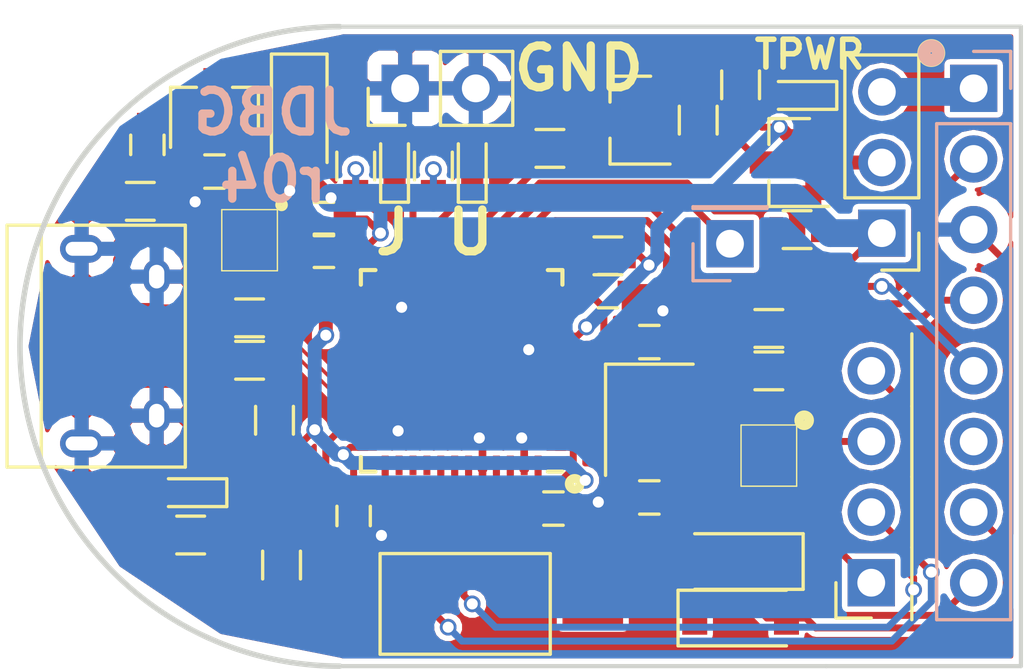
<source format=kicad_pcb>
(kicad_pcb (version 20170123) (host pcbnew "(2017-03-28 revision 8f3423b)-master")
  (layers (0 F.Cu signal) (31 B.Cu signal) (34 B.Paste user hide) (35 F.Paste user hide) (36 B.SilkS user) (37 F.SilkS user) (38 B.Mask user hide) (39 F.Mask user hide) (44 Edge.Cuts user))
  (net 0 "")
  (net 1 VDD)
  (net 2 GND)
  (net 3 "Net-(C5-Pad1)")
  (net 4 "Net-(C6-Pad1)")
  (net 5 "Net-(C7-Pad1)")
  (net 6 +5V)
  (net 7 "Net-(D1-Pad2)")
  (net 8 "Net-(D2-Pad2)")
  (net 9 /LED_SWD)
  (net 10 "Net-(D3-Pad2)")
  (net 11 /LED_UART)
  (net 12 "Net-(D5-Pad2)")
  (net 13 /T_TX)
  (net 14 /T_RX)
  (net 15 "Net-(L1-Pad2)")
  (net 16 /T_GPIO0)
  (net 17 /OWN_SWCLK)
  (net 18 /T_GPIO2)
  (net 19 /OWN_SWDIO)
  (net 20 "Net-(P2-Pad2)")
  (net 21 "Net-(P2-Pad3)")
  (net 22 /VDUT)
  (net 23 "Net-(P4-Pad2)")
  (net 24 "Net-(P4-Pad4)")
  (net 25 /T_PWR)
  (net 26 /T_DRAINCAPS)
  (net 27 "Net-(Q3-Pad3)")
  (net 28 /T_SWDIO)
  (net 29 /USB_D+)
  (net 30 /USB_D-)
  (net 31 /T_SWCLK)
  (net 32 /VSW)
  (net 33 /T_PRODTEST)
  (net 34 "Net-(R13-Pad2)")
  (net 35 /T_NRST)
  (net 36 "Net-(SW1-Pad2)")
  (net 37 "Net-(D6-Pad2)")
  (net 38 "Net-(D7-Pad1)")
  (net 39 "Net-(P2-Pad4)")
  (net 40 "Net-(P4-Pad6)")
  (net 41 "Net-(U1-Pad40)")
  (net 42 "Net-(U1-Pad39)")
  (net 43 "Net-(U1-Pad38)")
  (net 44 "Net-(U1-Pad31)")
  (net 45 "Net-(U1-Pad30)")
  (net 46 "Net-(U1-Pad29)")
  (net 47 "Net-(U1-Pad28)")
  (net 48 "Net-(U1-Pad27)")
  (net 49 "Net-(U1-Pad26)")
  (net 50 "Net-(U1-Pad25)")
  (net 51 "Net-(U1-Pad20)")
  (net 52 "Net-(U1-Pad17)")
  (net 53 "Net-(U1-Pad12)")
  (net 54 "Net-(U1-Pad11)")
  (net 55 "Net-(U1-Pad10)")
  (net 56 "Net-(U1-Pad4)")
  (net 57 "Net-(U1-Pad3)")
  (net 58 "Net-(U1-Pad2)")
  (net 59 "Net-(U2-Pad1)")
  (net 60 "Net-(U2-Pad6)")
  (net 61 "Net-(U5-Pad6)")
  (module Socket_Strips:Socket_Strip_Angled_1x04_Pitch2.54mm (layer F.Cu) (at 237.617 127 180)
    (fp_text reference P1 hide)
    (fp_text value GPIOs)
    (pad 4 thru_hole oval (at 0 7.62 180) (size 1.7 1.7) (drill 1) (layers *.Cu *.Mask) (net 19 /OWN_SWDIO))
    (pad 3 thru_hole oval (at 0 5.08 180) (size 1.7 1.7) (drill 1) (layers *.Cu *.Mask) (net 18 /T_GPIO2))
    (pad 2 thru_hole oval (at 0 2.54 180) (size 1.7 1.7) (drill 1) (layers *.Cu *.Mask) (net 17 /OWN_SWCLK))
    (pad 1 thru_hole rect (at 0 0 180) (size 1.7 1.7) (drill 1) (layers *.Cu *.Mask) (net 16 /T_GPIO0))
  )
  (module Capacitors_SMD:C_0603 (layer F.Cu) (at 228.146 116.513)
    (fp_text reference C7 hide)
    (fp_text value 0.1uF)
    (pad 1 smd rect (at -0.75 0) (size 0.8 0.75) (layers F.Cu F.Paste F.Mask) (net 5 "Net-(C7-Pad1)"))
    (pad 2 smd rect (at 0.75 0) (size 0.8 0.75) (layers F.Cu F.Paste F.Mask) (net 2 GND))
  )
  (module TO_SOT_Packages_SMD:SOT-23 (layer F.Cu) (at 234.696 111.887 180)
    (fp_text reference Q2 hide)
    (fp_text value BSS84)
    (pad 1 smd rect (at -1 -0.95 180) (size 0.9 0.8) (layers F.Cu F.Paste F.Mask) (net 25 /T_PWR))
    (pad 2 smd rect (at -1 0.95 180) (size 0.9 0.8) (layers F.Cu F.Paste F.Mask) (net 1 VDD))
    (pad 3 smd rect (at 1 0 180) (size 0.9 0.8) (layers F.Cu F.Paste F.Mask) (net 32 /VSW))
  )
  (module Housings_DFN_QFN:QFN-48-1EP_7x7mm_Pitch0.5mm (layer F.Cu) (at 222.885 119.38 180)
    (fp_text reference U1 hide)
    (fp_text value STM32F103C8T6)
    (pad 48 smd rect (at -2.75 -3.4 270) (size 0.7 0.25) (layers F.Cu F.Paste F.Mask) (net 1 VDD))
    (pad 47 smd rect (at -2.25 -3.4 270) (size 0.7 0.25) (layers F.Cu F.Paste F.Mask) (net 2 GND))
    (pad 46 smd rect (at -1.75 -3.4 270) (size 0.7 0.25) (layers F.Cu F.Paste F.Mask) (net 18 /T_GPIO2))
    (pad 45 smd rect (at -1.25 -3.4 270) (size 0.7 0.25) (layers F.Cu F.Paste F.Mask) (net 16 /T_GPIO0))
    (pad 44 smd rect (at -0.75 -3.4 270) (size 0.7 0.25) (layers F.Cu F.Paste F.Mask) (net 2 GND))
    (pad 43 smd rect (at -0.25 -3.4 270) (size 0.7 0.25) (layers F.Cu F.Paste F.Mask) (net 14 /T_RX))
    (pad 42 smd rect (at 0.25 -3.4 270) (size 0.7 0.25) (layers F.Cu F.Paste F.Mask) (net 13 /T_TX))
    (pad 41 smd rect (at 0.75 -3.4 270) (size 0.7 0.25) (layers F.Cu F.Paste F.Mask) (net 36 "Net-(SW1-Pad2)"))
    (pad 40 smd rect (at 1.25 -3.4 270) (size 0.7 0.25) (layers F.Cu F.Paste F.Mask) (net 41 "Net-(U1-Pad40)"))
    (pad 39 smd rect (at 1.75 -3.4 270) (size 0.7 0.25) (layers F.Cu F.Paste F.Mask) (net 42 "Net-(U1-Pad39)"))
    (pad 38 smd rect (at 2.25 -3.4 270) (size 0.7 0.25) (layers F.Cu F.Paste F.Mask) (net 43 "Net-(U1-Pad38)"))
    (pad 37 smd rect (at 2.75 -3.4 270) (size 0.7 0.25) (layers F.Cu F.Paste F.Mask) (net 17 /OWN_SWCLK))
    (pad 36 smd rect (at 3.4 -2.75 180) (size 0.7 0.25) (layers F.Cu F.Paste F.Mask) (net 1 VDD))
    (pad 35 smd rect (at 3.4 -2.25 180) (size 0.7 0.25) (layers F.Cu F.Paste F.Mask) (net 2 GND))
    (pad 34 smd rect (at 3.4 -1.75 180) (size 0.7 0.25) (layers F.Cu F.Paste F.Mask) (net 19 /OWN_SWDIO))
    (pad 33 smd rect (at 3.4 -1.25 180) (size 0.7 0.25) (layers F.Cu F.Paste F.Mask) (net 29 /USB_D+))
    (pad 32 smd rect (at 3.4 -0.75 180) (size 0.7 0.25) (layers F.Cu F.Paste F.Mask) (net 30 /USB_D-))
    (pad 31 smd rect (at 3.4 -0.25 180) (size 0.7 0.25) (layers F.Cu F.Paste F.Mask) (net 44 "Net-(U1-Pad31)"))
    (pad 30 smd rect (at 3.4 0.25 180) (size 0.7 0.25) (layers F.Cu F.Paste F.Mask) (net 45 "Net-(U1-Pad30)"))
    (pad 29 smd rect (at 3.4 0.75 180) (size 0.7 0.25) (layers F.Cu F.Paste F.Mask) (net 46 "Net-(U1-Pad29)"))
    (pad 28 smd rect (at 3.4 1.25 180) (size 0.7 0.25) (layers F.Cu F.Paste F.Mask) (net 47 "Net-(U1-Pad28)"))
    (pad 27 smd rect (at 3.4 1.75 180) (size 0.7 0.25) (layers F.Cu F.Paste F.Mask) (net 48 "Net-(U1-Pad27)"))
    (pad 26 smd rect (at 3.4 2.25 180) (size 0.7 0.25) (layers F.Cu F.Paste F.Mask) (net 49 "Net-(U1-Pad26)"))
    (pad 25 smd rect (at 3.4 2.75 180) (size 0.7 0.25) (layers F.Cu F.Paste F.Mask) (net 50 "Net-(U1-Pad25)"))
    (pad 24 smd rect (at 2.75 3.4 270) (size 0.7 0.25) (layers F.Cu F.Paste F.Mask) (net 1 VDD))
    (pad 23 smd rect (at 2.25 3.4 270) (size 0.7 0.25) (layers F.Cu F.Paste F.Mask) (net 2 GND))
    (pad 22 smd rect (at 1.75 3.4 270) (size 0.7 0.25) (layers F.Cu F.Paste F.Mask) (net 9 /LED_SWD))
    (pad 21 smd rect (at 1.25 3.4 270) (size 0.7 0.25) (layers F.Cu F.Paste F.Mask) (net 11 /LED_UART))
    (pad 20 smd rect (at 0.75 3.4 270) (size 0.7 0.25) (layers F.Cu F.Paste F.Mask) (net 51 "Net-(U1-Pad20)"))
    (pad 19 smd rect (at 0.25 3.4 270) (size 0.7 0.25) (layers F.Cu F.Paste F.Mask) (net 26 /T_DRAINCAPS))
    (pad 18 smd rect (at -0.25 3.4 270) (size 0.7 0.25) (layers F.Cu F.Paste F.Mask) (net 25 /T_PWR))
    (pad 17 smd rect (at -0.75 3.4 270) (size 0.7 0.25) (layers F.Cu F.Paste F.Mask) (net 52 "Net-(U1-Pad17)"))
    (pad 16 smd rect (at -1.25 3.4 270) (size 0.7 0.25) (layers F.Cu F.Paste F.Mask) (net 33 /T_PRODTEST))
    (pad 15 smd rect (at -1.75 3.4 270) (size 0.7 0.25) (layers F.Cu F.Paste F.Mask) (net 35 /T_NRST))
    (pad 14 smd rect (at -2.25 3.4 270) (size 0.7 0.25) (layers F.Cu F.Paste F.Mask) (net 31 /T_SWCLK))
    (pad 13 smd rect (at -2.75 3.4 270) (size 0.7 0.25) (layers F.Cu F.Paste F.Mask) (net 28 /T_SWDIO))
    (pad 12 smd rect (at -3.4 2.75 180) (size 0.7 0.25) (layers F.Cu F.Paste F.Mask) (net 53 "Net-(U1-Pad12)"))
    (pad 11 smd rect (at -3.4 2.25 180) (size 0.7 0.25) (layers F.Cu F.Paste F.Mask) (net 54 "Net-(U1-Pad11)"))
    (pad 10 smd rect (at -3.4 1.75 180) (size 0.7 0.25) (layers F.Cu F.Paste F.Mask) (net 55 "Net-(U1-Pad10)"))
    (pad 9 smd rect (at -3.4 1.25 180) (size 0.7 0.25) (layers F.Cu F.Paste F.Mask) (net 1 VDD))
    (pad 8 smd rect (at -3.4 0.75 180) (size 0.7 0.25) (layers F.Cu F.Paste F.Mask) (net 2 GND))
    (pad 7 smd rect (at -3.4 0.25 180) (size 0.7 0.25) (layers F.Cu F.Paste F.Mask) (net 5 "Net-(C7-Pad1)"))
    (pad 6 smd rect (at -3.4 -0.25 180) (size 0.7 0.25) (layers F.Cu F.Paste F.Mask) (net 3 "Net-(C5-Pad1)"))
    (pad 5 smd rect (at -3.4 -0.75 180) (size 0.7 0.25) (layers F.Cu F.Paste F.Mask) (net 4 "Net-(C6-Pad1)"))
    (pad 4 smd rect (at -3.4 -1.25 180) (size 0.7 0.25) (layers F.Cu F.Paste F.Mask) (net 56 "Net-(U1-Pad4)"))
    (pad 3 smd rect (at -3.4 -1.75 180) (size 0.7 0.25) (layers F.Cu F.Paste F.Mask) (net 57 "Net-(U1-Pad3)"))
    (pad 2 smd rect (at -3.4 -2.25 180) (size 0.7 0.25) (layers F.Cu F.Paste F.Mask) (net 58 "Net-(U1-Pad2)"))
    (pad 1 smd rect (at -3.4 -2.75 180) (size 0.7 0.25) (layers F.Cu F.Paste F.Mask) (net 1 VDD))
  )
  (module Resistors_SMD:R_0603 (layer F.Cu) (at 232.918 109.093 90)
    (fp_text reference R15 hide)
    (fp_text value 82)
    (pad 1 smd rect (at -0.75 0 90) (size 0.5 0.9) (layers F.Cu F.Paste F.Mask) (net 1 VDD))
    (pad 2 smd rect (at 0.75 0 90) (size 0.5 0.9) (layers F.Cu F.Paste F.Mask) (net 12 "Net-(D5-Pad2)"))
  )
  (module LEDs:LED_0603 (layer F.Cu) (at 235.077 109.474 180)
    (fp_text reference D5 hide)
    (fp_text value T_PWR)
    (pad 2 smd rect (at 0.8 0) (size 0.8 0.8) (layers F.Cu F.Paste F.Mask) (net 12 "Net-(D5-Pad2)"))
    (pad 1 smd rect (at -0.8 0) (size 0.8 0.8) (layers F.Cu F.Paste F.Mask) (net 25 /T_PWR))
  )
  (module Resistors_SMD:R_0603 (layer F.Cu) (at 226.06 111.379 180)
    (fp_text reference R12 hide)
    (fp_text value 10K)
    (pad 1 smd rect (at -0.75 0 180) (size 0.5 0.9) (layers F.Cu F.Paste F.Mask) (net 27 "Net-(Q3-Pad3)"))
    (pad 2 smd rect (at 0.75 0 180) (size 0.5 0.9) (layers F.Cu F.Paste F.Mask) (net 2 GND))
  )
  (module Buttons_Switches_SMD:SW_SPST_FSMSM (layer F.Cu) (at 223.012 127.762)
    (fp_text reference SW1 hide)
    (fp_text value PRODTEST)
    (pad 1 smd rect (at -4.59 0) (size 2.18 1.6) (layers F.Cu F.Paste F.Mask) (net 34 "Net-(R13-Pad2)"))
    (pad 2 smd rect (at 4.59 0) (size 2.18 1.6) (layers F.Cu F.Paste F.Mask) (net 36 "Net-(SW1-Pad2)"))
  )
  (module Pin_Headers:Pin_Header_Straight_1x03_Pitch2.54mm (layer F.Cu) (at 237.998 114.427 180)
    (fp_text reference P3 hide)
    (fp_text value PWR_BYPASS)
    (pad 1 thru_hole rect (at 0 0 180) (size 1.7 1.7) (drill 1) (layers *.Cu *.Mask) (net 1 VDD))
    (pad 2 thru_hole oval (at 0 2.54 180) (size 1.7 1.7) (drill 1) (layers *.Cu *.Mask) (net 32 /VSW))
    (pad 3 thru_hole oval (at 0 5.08 180) (size 1.7 1.7) (drill 1) (layers *.Cu *.Mask) (net 22 /VDUT))
  )
  (module Capacitors_SMD:C_0603 (layer F.Cu) (at 217.932 113.919 180)
    (fp_text reference C1 hide)
    (fp_text value 10uF)
    (pad 1 smd rect (at -0.75 0 180) (size 0.8 0.75) (layers F.Cu F.Paste F.Mask) (net 1 VDD))
    (pad 2 smd rect (at 0.75 0 180) (size 0.8 0.75) (layers F.Cu F.Paste F.Mask) (net 2 GND))
  )
  (module Capacitors_SMD:C_0603 (layer F.Cu) (at 226.187 124.333)
    (fp_text reference C2 hide)
    (fp_text value 0.1uF)
    (pad 1 smd rect (at -0.75 0) (size 0.8 0.75) (layers F.Cu F.Paste F.Mask) (net 1 VDD))
    (pad 2 smd rect (at 0.75 0) (size 0.8 0.75) (layers F.Cu F.Paste F.Mask) (net 2 GND))
  )
  (module Capacitors_SMD:C_0603 (layer F.Cu) (at 219 124.6 270)
    (fp_text reference C3 hide)
    (fp_text value 0.1uF)
    (pad 1 smd rect (at -0.75 0 270) (size 0.8 0.75) (layers F.Cu F.Paste F.Mask) (net 1 VDD))
    (pad 2 smd rect (at 0.75 0 270) (size 0.8 0.75) (layers F.Cu F.Paste F.Mask) (net 2 GND))
  )
  (module Capacitors_SMD:C_0603 (layer F.Cu) (at 217.932 115.062 180)
    (fp_text reference C4 hide)
    (fp_text value 0.1uF)
    (pad 1 smd rect (at -0.75 0 180) (size 0.8 0.75) (layers F.Cu F.Paste F.Mask) (net 1 VDD))
    (pad 2 smd rect (at 0.75 0 180) (size 0.8 0.75) (layers F.Cu F.Paste F.Mask) (net 2 GND))
  )
  (module Capacitors_SMD:C_0603 (layer F.Cu) (at 229.635704 118.34572)
    (fp_text reference C5 hide)
    (fp_text value 12pF)
    (pad 1 smd rect (at -0.75 0) (size 0.8 0.75) (layers F.Cu F.Paste F.Mask) (net 3 "Net-(C5-Pad1)"))
    (pad 2 smd rect (at 0.75 0) (size 0.8 0.75) (layers F.Cu F.Paste F.Mask) (net 2 GND))
  )
  (module Capacitors_SMD:C_0603 (layer F.Cu) (at 229.635704 123.93372)
    (fp_text reference C6 hide)
    (fp_text value 12pF)
    (pad 1 smd rect (at -0.75 0) (size 0.8 0.75) (layers F.Cu F.Paste F.Mask) (net 4 "Net-(C6-Pad1)"))
    (pad 2 smd rect (at 0.75 0) (size 0.8 0.75) (layers F.Cu F.Paste F.Mask) (net 2 GND))
  )
  (module Capacitors_SMD:C_0603 (layer F.Cu) (at 211.582 111.252 270)
    (fp_text reference C8 hide)
    (fp_text value 10uF)
    (pad 1 smd rect (at -0.75 0 270) (size 0.8 0.75) (layers F.Cu F.Paste F.Mask) (net 6 +5V))
    (pad 2 smd rect (at 0.75 0 270) (size 0.8 0.75) (layers F.Cu F.Paste F.Mask) (net 2 GND))
  )
  (module Capacitors_SMD:C_0603 (layer F.Cu) (at 213.996 112.212 180)
    (fp_text reference C9 hide)
    (fp_text value 10uF)
    (pad 1 smd rect (at -0.75 0 180) (size 0.8 0.75) (layers F.Cu F.Paste F.Mask) (net 1 VDD))
    (pad 2 smd rect (at 0.75 0 180) (size 0.8 0.75) (layers F.Cu F.Paste F.Mask) (net 2 GND))
  )
  (module LEDs:LED_0603 (layer F.Cu) (at 213.139 123.761 180)
    (fp_text reference D1 hide)
    (fp_text value 3V3)
    (pad 2 smd rect (at 0.8 0) (size 0.8 0.8) (layers F.Cu F.Paste F.Mask) (net 7 "Net-(D1-Pad2)"))
    (pad 1 smd rect (at -0.8 0) (size 0.8 0.8) (layers F.Cu F.Paste F.Mask) (net 2 GND))
  )
  (module LEDs:LED_0603 (layer F.Cu) (at 220.472 112.014 90)
    (fp_text reference D2 hide)
    (fp_text value SWD)
    (pad 2 smd rect (at 0.8 0 270) (size 0.8 0.8) (layers F.Cu F.Paste F.Mask) (net 8 "Net-(D2-Pad2)"))
    (pad 1 smd rect (at -0.8 0 270) (size 0.8 0.8) (layers F.Cu F.Paste F.Mask) (net 9 /LED_SWD))
  )
  (module LEDs:LED_0603 (layer F.Cu) (at 223.266 112.014 90)
    (fp_text reference D3 hide)
    (fp_text value UART)
    (pad 2 smd rect (at 0.8 0 270) (size 0.8 0.8) (layers F.Cu F.Paste F.Mask) (net 10 "Net-(D3-Pad2)"))
    (pad 1 smd rect (at -0.8 0 270) (size 0.8 0.8) (layers F.Cu F.Paste F.Mask) (net 11 /LED_UART))
  )
  (module Diodes_SMD:D_SOD-123 (layer F.Cu) (at 217.044 110.236 270)
    (fp_text reference D4 hide)
    (fp_text value D_Small)
    (pad 1 smd rect (at -1.65 0 270) (size 0.9 1.2) (layers F.Cu F.Paste F.Mask) (net 6 +5V))
    (pad 2 smd rect (at 1.65 0 270) (size 0.9 1.2) (layers F.Cu F.Paste F.Mask) (net 1 VDD))
  )
  (module Diodes_SMD:D_SOD-123 (layer F.Cu) (at 232.918 128.27)
    (fp_text reference D6 hide)
    (fp_text value 0.5V)
    (pad 1 smd rect (at -1.65 0) (size 0.9 1.2) (layers F.Cu F.Paste F.Mask) (net 13 /T_TX))
    (pad 2 smd rect (at 1.65 0) (size 0.9 1.2) (layers F.Cu F.Paste F.Mask) (net 37 "Net-(D6-Pad2)"))
  )
  (module Diodes_SMD:D_SOD-123 (layer F.Cu) (at 232.918 126.238 180)
    (fp_text reference D7 hide)
    (fp_text value 0.5V)
    (pad 1 smd rect (at -1.65 0 180) (size 0.9 1.2) (layers F.Cu F.Paste F.Mask) (net 38 "Net-(D7-Pad1)"))
    (pad 2 smd rect (at 1.65 0 180) (size 0.9 1.2) (layers F.Cu F.Paste F.Mask) (net 14 /T_RX))
  )
  (module Resistors_SMD:R_0603 (layer F.Cu) (at 211.328 113.284)
    (fp_text reference L1 hide)
    (fp_text value FB)
    (pad 1 smd rect (at -0.75 0) (size 0.5 0.9) (layers F.Cu F.Paste F.Mask) (net 6 +5V))
    (pad 2 smd rect (at 0.75 0) (size 0.5 0.9) (layers F.Cu F.Paste F.Mask) (net 15 "Net-(L1-Pad2)"))
  )
  (module Connect:USB_Micro-B (layer F.Cu) (at 210.566 118.491 270)
    (fp_text reference P2 hide)
    (fp_text value USB_OTG)
    (pad 1 smd rect (at -1.3 -1.35) (size 1.35 0.4) (layers F.Cu F.Paste F.Mask) (net 15 "Net-(L1-Pad2)"))
    (pad 2 smd rect (at -0.65 -1.35) (size 1.35 0.4) (layers F.Cu F.Paste F.Mask) (net 20 "Net-(P2-Pad2)"))
    (pad 3 smd rect (at 0 -1.35) (size 1.35 0.4) (layers F.Cu F.Paste F.Mask) (net 21 "Net-(P2-Pad3)"))
    (pad 4 smd rect (at 0.65 -1.35) (size 1.35 0.4) (layers F.Cu F.Paste F.Mask) (net 39 "Net-(P2-Pad4)"))
    (pad 5 smd rect (at 1.3 -1.35) (size 1.35 0.4) (layers F.Cu F.Paste F.Mask) (net 2 GND))
    (pad 6 thru_hole oval (at -2.5 -1.35) (size 0.95 1.25) (drill oval 0.55 0.85) (layers *.Cu *.Mask) (net 2 GND))
    (pad 6 thru_hole oval (at 2.5 -1.35) (size 0.95 1.25) (drill oval 0.55 0.85) (layers *.Cu *.Mask) (net 2 GND))
    (pad 6 thru_hole oval (at -3.5 1.35) (size 1.55 1) (drill oval 1.15 0.5) (layers *.Cu *.Mask) (net 2 GND))
    (pad 6 thru_hole oval (at 3.5 1.35) (size 1.55 1) (drill oval 1.15 0.5) (layers *.Cu *.Mask) (net 2 GND))
  )
  (module Pin_Headers:Pin_Header_Straight_1x08_Pitch2.54mm (layer B.Cu) (at 241.3 109.22 180)
    (fp_text reference P4 hide)
    (fp_text value JAMESPORT)
    (pad 1 thru_hole rect (at 0 0 180) (size 1.7 1.7) (drill 1) (layers *.Cu *.Mask) (net 22 /VDUT))
    (pad 2 thru_hole oval (at 0 -2.54 180) (size 1.7 1.7) (drill 1) (layers *.Cu *.Mask) (net 23 "Net-(P4-Pad2)"))
    (pad 3 thru_hole oval (at 0 -5.08 180) (size 1.7 1.7) (drill 1) (layers *.Cu *.Mask) (net 2 GND))
    (pad 4 thru_hole oval (at 0 -7.62 180) (size 1.7 1.7) (drill 1) (layers *.Cu *.Mask) (net 24 "Net-(P4-Pad4)"))
    (pad 5 thru_hole oval (at 0 -10.16 180) (size 1.7 1.7) (drill 1) (layers *.Cu *.Mask) (net 35 /T_NRST))
    (pad 6 thru_hole oval (at 0 -12.7 180) (size 1.7 1.7) (drill 1) (layers *.Cu *.Mask) (net 40 "Net-(P4-Pad6)"))
    (pad 7 thru_hole oval (at 0 -15.24 180) (size 1.7 1.7) (drill 1) (layers *.Cu *.Mask) (net 37 "Net-(D6-Pad2)"))
    (pad 8 thru_hole oval (at 0 -17.78 180) (size 1.7 1.7) (drill 1) (layers *.Cu *.Mask) (net 38 "Net-(D7-Pad1)"))
  )
  (module Pin_Headers:Pin_Header_Straight_1x01_Pitch2.54mm (layer B.Cu) (at 232.537 114.808)
    (fp_text reference P5 hide)
    (fp_text value PRODTESTPIN)
    (pad 1 thru_hole rect (at 0 0) (size 1.7 1.7) (drill 1) (layers *.Cu *.Mask) (net 33 /T_PRODTEST))
  )
  (module TO_SOT_Packages_SMD:SOT-23 (layer F.Cu) (at 228.981 110.363 180)
    (fp_text reference Q3 hide)
    (fp_text value BSS84)
    (pad 1 smd rect (at -1 -0.95 180) (size 0.9 0.8) (layers F.Cu F.Paste F.Mask) (net 26 /T_DRAINCAPS))
    (pad 2 smd rect (at -1 0.95 180) (size 0.9 0.8) (layers F.Cu F.Paste F.Mask) (net 32 /VSW))
    (pad 3 smd rect (at 1 0 180) (size 0.9 0.8) (layers F.Cu F.Paste F.Mask) (net 27 "Net-(Q3-Pad3)"))
  )
  (module Resistors_SMD:R_0603 (layer F.Cu) (at 228.146 115.243)
    (fp_text reference R2 hide)
    (fp_text value 10K)
    (pad 1 smd rect (at -0.75 0) (size 0.5 0.9) (layers F.Cu F.Paste F.Mask) (net 5 "Net-(C7-Pad1)"))
    (pad 2 smd rect (at 0.75 0) (size 0.5 0.9) (layers F.Cu F.Paste F.Mask) (net 1 VDD))
  )
  (module Resistors_SMD:R_0603 (layer F.Cu) (at 213.139 125.285 180)
    (fp_text reference R3 hide)
    (fp_text value 82)
    (pad 1 smd rect (at -0.75 0 180) (size 0.5 0.9) (layers F.Cu F.Paste F.Mask) (net 1 VDD))
    (pad 2 smd rect (at 0.75 0 180) (size 0.5 0.9) (layers F.Cu F.Paste F.Mask) (net 7 "Net-(D1-Pad2)"))
  )
  (module Resistors_SMD:R_0603 (layer F.Cu) (at 216.154 121.158 90)
    (fp_text reference R4 hide)
    (fp_text value 1.5K)
    (pad 1 smd rect (at -0.75 0 90) (size 0.5 0.9) (layers F.Cu F.Paste F.Mask) (net 1 VDD))
    (pad 2 smd rect (at 0.75 0 90) (size 0.5 0.9) (layers F.Cu F.Paste F.Mask) (net 29 /USB_D+))
  )
  (module Resistors_SMD:R_0603 (layer F.Cu) (at 219.075 112.014 90)
    (fp_text reference R5 hide)
    (fp_text value 82)
    (pad 1 smd rect (at -0.75 0 90) (size 0.5 0.9) (layers F.Cu F.Paste F.Mask) (net 1 VDD))
    (pad 2 smd rect (at 0.75 0 90) (size 0.5 0.9) (layers F.Cu F.Paste F.Mask) (net 8 "Net-(D2-Pad2)"))
  )
  (module Resistors_SMD:R_0603 (layer F.Cu) (at 221.869 112.014 90)
    (fp_text reference R6 hide)
    (fp_text value 82)
    (pad 1 smd rect (at -0.75 0 90) (size 0.5 0.9) (layers F.Cu F.Paste F.Mask) (net 1 VDD))
    (pad 2 smd rect (at 0.75 0 90) (size 0.5 0.9) (layers F.Cu F.Paste F.Mask) (net 10 "Net-(D3-Pad2)"))
  )
  (module Resistors_SMD:R_0603 (layer F.Cu) (at 215.258 118.999 180)
    (fp_text reference R7 hide)
    (fp_text value 22)
    (pad 1 smd rect (at -0.75 0 180) (size 0.5 0.9) (layers F.Cu F.Paste F.Mask) (net 29 /USB_D+))
    (pad 2 smd rect (at 0.75 0 180) (size 0.5 0.9) (layers F.Cu F.Paste F.Mask) (net 21 "Net-(P2-Pad3)"))
  )
  (module Resistors_SMD:R_0603 (layer F.Cu) (at 215.258 117.475)
    (fp_text reference R8 hide)
    (fp_text value 22)
    (pad 1 smd rect (at -0.75 0) (size 0.5 0.9) (layers F.Cu F.Paste F.Mask) (net 20 "Net-(P2-Pad2)"))
    (pad 2 smd rect (at 0.75 0) (size 0.5 0.9) (layers F.Cu F.Paste F.Mask) (net 30 /USB_D-))
  )
  (module Resistors_SMD:R_0603 (layer F.Cu) (at 233.934 117.856)
    (fp_text reference R9 hide)
    (fp_text value 220)
    (pad 1 smd rect (at -0.75 0) (size 0.5 0.9) (layers F.Cu F.Paste F.Mask) (net 31 /T_SWCLK))
    (pad 2 smd rect (at 0.75 0) (size 0.5 0.9) (layers F.Cu F.Paste F.Mask) (net 23 "Net-(P4-Pad2)"))
  )
  (module Resistors_SMD:R_0603 (layer F.Cu) (at 233.934 119.38 180)
    (fp_text reference R10 hide)
    (fp_text value 220)
    (pad 1 smd rect (at -0.75 0 180) (size 0.5 0.9) (layers F.Cu F.Paste F.Mask) (net 24 "Net-(P4-Pad4)"))
    (pad 2 smd rect (at 0.75 0 180) (size 0.5 0.9) (layers F.Cu F.Paste F.Mask) (net 28 /T_SWDIO))
  )
  (module Resistors_SMD:R_0603 (layer F.Cu) (at 231.394 110.363 270)
    (fp_text reference R11 hide)
    (fp_text value 100K)
    (pad 1 smd rect (at -0.75 0 270) (size 0.5 0.9) (layers F.Cu F.Paste F.Mask) (net 32 /VSW))
    (pad 2 smd rect (at 0.75 0 270) (size 0.5 0.9) (layers F.Cu F.Paste F.Mask) (net 26 /T_DRAINCAPS))
  )
  (module Resistors_SMD:R_0603 (layer F.Cu) (at 216.408 126.365 270)
    (fp_text reference R13 hide)
    (fp_text value 1.5K)
    (pad 1 smd rect (at -0.75 0 270) (size 0.5 0.9) (layers F.Cu F.Paste F.Mask) (net 1 VDD))
    (pad 2 smd rect (at 0.75 0 270) (size 0.5 0.9) (layers F.Cu F.Paste F.Mask) (net 34 "Net-(R13-Pad2)"))
  )
  (module Resistors_SMD:R_0603 (layer F.Cu) (at 234.95 114.3)
    (fp_text reference R14 hide)
    (fp_text value 100K)
    (pad 1 smd rect (at -0.75 0) (size 0.5 0.9) (layers F.Cu F.Paste F.Mask) (net 1 VDD))
    (pad 2 smd rect (at 0.75 0) (size 0.5 0.9) (layers F.Cu F.Paste F.Mask) (net 25 /T_PWR))
  )
  (module "ti:TI_DCK_(R-PDSO-G6)" (layer F.Cu) (at 215.258 114.681 180)
    (fp_text reference U2 hide)
    (fp_text value TPD4E1B06)
    (pad 1 smd rect (at -0.65 1.1 180) (size 0.4 0.9) (layers F.Cu F.Paste F.Mask) (net 59 "Net-(U2-Pad1)"))
    (pad 2 smd rect (at 0 1.1 180) (size 0.4 0.9) (layers F.Cu F.Paste F.Mask) (net 15 "Net-(L1-Pad2)"))
    (pad 3 smd rect (at 0.65 1.1 180) (size 0.4 0.9) (layers F.Cu F.Paste F.Mask) (net 2 GND))
    (pad 4 smd rect (at 0.65 -1.1 180) (size 0.4 0.9) (layers F.Cu F.Paste F.Mask) (net 20 "Net-(P2-Pad2)"))
    (pad 5 smd rect (at 0 -1.1 180) (size 0.4 0.9) (layers F.Cu F.Paste F.Mask) (net 21 "Net-(P2-Pad3)"))
    (pad 6 smd rect (at -0.65 -1.1 180) (size 0.4 0.9) (layers F.Cu F.Paste F.Mask) (net 60 "Net-(U2-Pad6)"))
  )
  (module TO_SOT_Packages_SMD:SOT-23 (layer F.Cu) (at 213.996 109.942 90)
    (fp_text reference U4 hide)
    (fp_text value MCP1700T-3302)
    (pad 1 smd rect (at -1 -0.95 90) (size 0.9 0.8) (layers F.Cu F.Paste F.Mask) (net 2 GND))
    (pad 2 smd rect (at -1 0.95 90) (size 0.9 0.8) (layers F.Cu F.Paste F.Mask) (net 1 VDD))
    (pad 3 smd rect (at 1 0 90) (size 0.9 0.8) (layers F.Cu F.Paste F.Mask) (net 6 +5V))
  )
  (module "ti:TI_DCK_(R-PDSO-G6)" (layer F.Cu) (at 233.934 122.428 180)
    (fp_text reference U5 hide)
    (fp_text value TPD4E1B06)
    (pad 1 smd rect (at -0.65 1.1 180) (size 0.4 0.9) (layers F.Cu F.Paste F.Mask) (net 24 "Net-(P4-Pad4)"))
    (pad 2 smd rect (at 0 1.1 180) (size 0.4 0.9) (layers F.Cu F.Paste F.Mask) (net 23 "Net-(P4-Pad2)"))
    (pad 3 smd rect (at 0.65 1.1 180) (size 0.4 0.9) (layers F.Cu F.Paste F.Mask) (net 2 GND))
    (pad 4 smd rect (at 0.65 -1.1 180) (size 0.4 0.9) (layers F.Cu F.Paste F.Mask) (net 37 "Net-(D6-Pad2)"))
    (pad 5 smd rect (at 0 -1.1 180) (size 0.4 0.9) (layers F.Cu F.Paste F.Mask) (net 38 "Net-(D7-Pad1)"))
    (pad 6 smd rect (at -0.65 -1.1 180) (size 0.4 0.9) (layers F.Cu F.Paste F.Mask) (net 61 "Net-(U5-Pad6)"))
  )
  (module Crystals:Crystal_SMD_SeikoEpson_TSX3225-4pin_3.2x2.5mm (layer F.Cu) (at 229.635704 121.13972 270)
    (fp_text reference Y1 hide)
    (fp_text value 16MHz)
    (pad 1 smd rect (at -1.1 0.8 270) (size 1.4 1.15) (layers F.Cu F.Paste F.Mask) (net 3 "Net-(C5-Pad1)"))
    (pad 2 smd rect (at 1.1 0.8 270) (size 1.4 1.15) (layers F.Cu F.Paste F.Mask))
    (pad 3 smd rect (at 1.1 -0.8 270) (size 1.4 1.15) (layers F.Cu F.Paste F.Mask) (net 4 "Net-(C6-Pad1)"))
    (pad 4 smd rect (at -1.1 -0.8 270) (size 1.4 1.15) (layers F.Cu F.Paste F.Mask))
  )
  (module Pin_Headers:Pin_Header_Straight_1x02_Pitch2.54mm (layer F.Cu) (at 220.853 109.22 90)
    (fp_text reference J1 hide)
    (fp_text value GND)
    (pad 2 thru_hole oval (at 0 2.54 90) (size 1.7 1.7) (drill 1) (layers *.Cu *.Mask) (net 2 GND))
    (pad 1 thru_hole rect (at 0 0 90) (size 1.7 1.7) (drill 1) (layers *.Cu *.Mask) (net 2 GND))
  )
  (gr_circle (center 239.776 107.95) (end 240.157 107.95) (layer B.SilkS) (width 0.2))
  (gr_circle (center 239.776 107.95) (end 240.03 107.95) (layer B.SilkS) (width 0.2))
  (gr_circle (center 239.776 107.95) (end 239.903 107.95) (layer B.SilkS) (width 0.2))
  (gr_circle (center 239.776 107.95) (end 240.157 108.077) (layer F.SilkS) (width 0.2))
  (gr_circle (center 239.776 107.95) (end 240.03 107.95) (layer F.SilkS) (width 0.2))
  (gr_circle (center 239.776 107.95) (end 239.903 107.95) (layer F.SilkS) (width 0.2))
  (gr_circle (center 216.408 113.411) (end 216.535 113.411) (layer F.SilkS) (width 0.2))
  (gr_circle (center 235.204 121.158) (end 235.331 121.158) (layer F.SilkS) (width 0.2))
  (gr_circle (center 235.204 121.158) (end 235.458 121.158) (layer F.SilkS) (width 0.2))
  (gr_line (start 218.5 130) (end 236 130) (layer Edge.Cuts) (width 0.15))
  (gr_line (start 218.5 107) (end 243 107) (layer Edge.Cuts) (width 0.15))
  (gr_line (start 243 107) (end 243 130) (layer Edge.Cuts) (width 0.15))
  (gr_arc (start 218.5 118.5) (end 218.5 107) (angle -180) (layer Edge.Cuts) (width 0.2))
  (gr_circle (center 226.949 123.444) (end 227.203 123.444) (layer F.SilkS) (width 0.2))
  (gr_circle (center 226.949 123.444) (end 227.076 123.444) (layer F.SilkS) (width 0.2))
  (gr_text "TPWR\n" (at 235.4 108) (layer F.SilkS) (effects (font (size 1 1) (thickness 0.2))))
  (gr_text J (at 220.4 114.4) (layer F.SilkS) (effects (font (size 1.5 1.5) (thickness 0.3))))
  (gr_text U (at 223.2 114.4) (layer F.SilkS) (effects (font (size 1.5 1.5) (thickness 0.3))))
  (gr_text "GND\n" (at 227.1 108.5) (layer F.SilkS) (effects (font (size 1.5 1.5) (thickness 0.3))))
  (gr_text "JDBG\nr04" (at 216.1 111.3) (layer B.SilkS) (effects (font (size 1.5 1.5) (thickness 0.3)) (justify mirror)))
  (gr_line (start 243 130) (end 236 130) (layer Edge.Cuts) (width 0.15))
  (segment (start 218.630455 122.394555) (end 218.930454 122.694554) (width 0.5) (layer B.Cu) (net 1))
  (segment (start 218.930454 122.694554) (end 226.707554 122.694554) (width 0.5) (layer B.Cu) (net 1))
  (segment (start 226.707554 122.694554) (end 227.33 123.317) (width 0.5) (layer B.Cu) (net 1))
  (segment (start 219.075 112.764) (end 219.075 112.141) (width 0.25) (layer F.Cu) (net 1))
  (segment (start 219.075 113.157) (end 219.075 112.141) (width 0.25) (layer B.Cu) (net 1))
  (via (at 219.075 112.141) (size 0.6) (drill 0.4) (layers F.Cu B.Cu) (net 1))
  (segment (start 221.869 113.157) (end 221.869 112.141) (width 0.25) (layer B.Cu) (net 1))
  (segment (start 221.869 112.764) (end 221.869 112.141) (width 0.25) (layer F.Cu) (net 1))
  (via (at 221.869 112.141) (size 0.6) (drill 0.4) (layers F.Cu B.Cu) (net 1))
  (segment (start 227.33 123.317) (end 227.030001 123.017001) (width 0.25) (layer F.Cu) (net 1))
  (segment (start 227.012001 123.017001) (end 226.895 122.9) (width 0.25) (layer F.Cu) (net 1))
  (segment (start 227.030001 123.017001) (end 227.012001 123.017001) (width 0.25) (layer F.Cu) (net 1))
  (via (at 227.33 123.317) (size 0.6) (drill 0.4) (layers F.Cu B.Cu) (net 1))
  (segment (start 217.6 121.5) (end 217.6 121.588) (width 0.5) (layer B.Cu) (net 1))
  (segment (start 217.6 121.588) (end 218.406555 122.394555) (width 0.5) (layer B.Cu) (net 1))
  (segment (start 218.406555 122.394555) (end 218.630455 122.394555) (width 0.5) (layer B.Cu) (net 1))
  (segment (start 219 123.85) (end 219 122.7641) (width 0.25) (layer F.Cu) (net 1))
  (segment (start 219 122.7641) (end 218.630455 122.394555) (width 0.25) (layer F.Cu) (net 1))
  (segment (start 218 118.1) (end 217.6 118.5) (width 0.5) (layer B.Cu) (net 1))
  (segment (start 217.6 118.5) (end 217.6 121.5) (width 0.5) (layer B.Cu) (net 1))
  (segment (start 218.630455 122.384545) (end 218.630455 122.394555) (width 0.25) (layer F.Cu) (net 1))
  (segment (start 218.885 122.13) (end 218.630455 122.384545) (width 0.25) (layer F.Cu) (net 1))
  (segment (start 219.485 122.13) (end 218.885 122.13) (width 0.25) (layer F.Cu) (net 1))
  (via (at 218.630455 122.394555) (size 0.6) (drill 0.4) (layers F.Cu B.Cu) (net 1))
  (segment (start 216.154 121.908) (end 217.192 121.908) (width 0.25) (layer F.Cu) (net 1))
  (segment (start 217.192 121.908) (end 217.6 121.5) (width 0.25) (layer F.Cu) (net 1))
  (via (at 217.6 121.5) (size 0.6) (drill 0.4) (layers F.Cu B.Cu) (net 1))
  (segment (start 218 116.619) (end 218 118.1) (width 0.5) (layer F.Cu) (net 1))
  (via (at 218 118.1) (size 0.6) (drill 0.4) (layers F.Cu B.Cu) (net 1))
  (segment (start 218.682 115.062) (end 218.682 115.937) (width 0.5) (layer F.Cu) (net 1))
  (segment (start 218.682 115.937) (end 218 116.619) (width 0.5) (layer F.Cu) (net 1))
  (segment (start 219.964 114.427) (end 219.964 113.157) (width 0.5) (layer B.Cu) (net 1))
  (segment (start 229.623443 115.576557) (end 229.923442 115.276558) (width 0.5) (layer B.Cu) (net 1))
  (segment (start 229.923442 115.276558) (end 229.923442 114.233558) (width 0.5) (layer B.Cu) (net 1))
  (segment (start 229.923442 114.233558) (end 231 113.157) (width 0.5) (layer B.Cu) (net 1))
  (segment (start 227.375 117.8) (end 227.4 117.8) (width 0.5) (layer B.Cu) (net 1))
  (segment (start 227.4 117.8) (end 229.623443 115.576557) (width 0.5) (layer B.Cu) (net 1))
  (segment (start 226.285 118.13) (end 227.045 118.13) (width 0.25) (layer F.Cu) (net 1))
  (segment (start 227.045 118.13) (end 227.375 117.8) (width 0.25) (layer F.Cu) (net 1))
  (via (at 227.375 117.8) (size 0.6) (drill 0.4) (layers F.Cu B.Cu) (net 1))
  (segment (start 231.775 113.157) (end 231 113.157) (width 1) (layer B.Cu) (net 1))
  (segment (start 231 113.157) (end 221.869 113.157) (width 1) (layer B.Cu) (net 1))
  (segment (start 228.896 115.243) (end 229.289886 115.243) (width 0.25) (layer F.Cu) (net 1))
  (via (at 229.623443 115.576557) (size 0.6) (drill 0.4) (layers F.Cu B.Cu) (net 1))
  (segment (start 229.289886 115.243) (end 229.623443 115.576557) (width 0.25) (layer F.Cu) (net 1))
  (segment (start 226.285 122.13) (end 226.885 122.13) (width 0.25) (layer F.Cu) (net 1))
  (segment (start 226.885 122.13) (end 226.9 122.145) (width 0.25) (layer F.Cu) (net 1))
  (segment (start 226.9 122.9) (end 226.895 122.9) (width 0.25) (layer F.Cu) (net 1))
  (segment (start 226.9 122.145) (end 226.9 122.9) (width 0.25) (layer F.Cu) (net 1))
  (segment (start 226.895 122.9) (end 225.462 124.333) (width 0.25) (layer F.Cu) (net 1))
  (segment (start 225.462 124.333) (end 225.437 124.333) (width 0.25) (layer F.Cu) (net 1))
  (segment (start 217.044 111.886) (end 217.044 112.015) (width 0.5) (layer F.Cu) (net 1))
  (segment (start 217.044 112.015) (end 218.186 113.157) (width 0.5) (layer F.Cu) (net 1))
  (via (at 218.186 113.157) (size 0.6) (drill 0.4) (layers F.Cu B.Cu) (net 1))
  (segment (start 217.044 111.886) (end 215.89 111.886) (width 0.5) (layer F.Cu) (net 1))
  (segment (start 215.89 111.886) (end 214.946 110.942) (width 0.5) (layer F.Cu) (net 1))
  (segment (start 214.746 112.212) (end 214.746 111.142) (width 0.5) (layer F.Cu) (net 1))
  (segment (start 214.746 111.142) (end 214.946 110.942) (width 0.5) (layer F.Cu) (net 1))
  (segment (start 216.154 121.908) (end 216.154 125.361) (width 0.25) (layer F.Cu) (net 1))
  (segment (start 216.154 125.361) (end 216.408 125.615) (width 0.25) (layer F.Cu) (net 1))
  (segment (start 213.889 125.285) (end 216.078 125.285) (width 0.25) (layer F.Cu) (net 1))
  (segment (start 216.078 125.285) (end 216.408 125.615) (width 0.25) (layer F.Cu) (net 1))
  (segment (start 218.682 113.919) (end 218.682 115.062) (width 0.25) (layer F.Cu) (net 1))
  (segment (start 218.682 113.919) (end 219.456 113.919) (width 0.25) (layer F.Cu) (net 1))
  (segment (start 219.456 113.919) (end 219.964 114.427) (width 0.25) (layer F.Cu) (net 1))
  (segment (start 220.135 115.98) (end 220.135 115.38) (width 0.25) (layer F.Cu) (net 1))
  (segment (start 220.135 115.38) (end 219.817 115.062) (width 0.25) (layer F.Cu) (net 1))
  (segment (start 219.817 115.062) (end 219.329 115.062) (width 0.25) (layer F.Cu) (net 1))
  (segment (start 221.869 113.157) (end 219.964 113.157) (width 1) (layer B.Cu) (net 1))
  (segment (start 219.964 113.157) (end 219.075 113.157) (width 1) (layer B.Cu) (net 1))
  (segment (start 218.682 115.062) (end 219.329 115.062) (width 0.25) (layer F.Cu) (net 1))
  (segment (start 219.329 115.062) (end 219.964 114.427) (width 0.25) (layer F.Cu) (net 1))
  (via (at 219.964 114.427) (size 0.6) (drill 0.4) (layers F.Cu B.Cu) (net 1))
  (segment (start 219.075 113.157) (end 218.186 113.157) (width 1) (layer B.Cu) (net 1))
  (segment (start 234.878 113.157) (end 231.775 113.157) (width 1) (layer B.Cu) (net 1))
  (segment (start 232.283 112.649) (end 231.775 113.157) (width 0.5) (layer B.Cu) (net 1))
  (segment (start 237.998 114.427) (end 236.148 114.427) (width 1) (layer B.Cu) (net 1))
  (segment (start 236.148 114.427) (end 234.878 113.157) (width 1) (layer B.Cu) (net 1))
  (segment (start 232.918 109.843) (end 233.692 110.617) (width 0.25) (layer F.Cu) (net 1))
  (segment (start 233.692 110.617) (end 234.315 110.617) (width 0.25) (layer F.Cu) (net 1))
  (segment (start 234.315 110.617) (end 232.283 112.649) (width 0.5) (layer B.Cu) (net 1))
  (segment (start 235.696 110.937) (end 234.635 110.937) (width 0.5) (layer F.Cu) (net 1))
  (segment (start 234.635 110.937) (end 234.315 110.617) (width 0.5) (layer F.Cu) (net 1))
  (via (at 234.315 110.617) (size 0.6) (drill 0.4) (layers F.Cu B.Cu) (net 1))
  (segment (start 234.2 114.3) (end 234.2 115) (width 0.25) (layer F.Cu) (net 1))
  (segment (start 237.871 114.427) (end 237.998 114.427) (width 0.25) (layer F.Cu) (net 1))
  (segment (start 234.2 115) (end 234.516 115.316) (width 0.25) (layer F.Cu) (net 1))
  (segment (start 234.516 115.316) (end 236.982 115.316) (width 0.25) (layer F.Cu) (net 1))
  (segment (start 236.982 115.316) (end 237.871 114.427) (width 0.25) (layer F.Cu) (net 1))
  (segment (start 225.635 122.78) (end 225.635 124.135) (width 0.25) (layer F.Cu) (net 1))
  (segment (start 225.635 124.135) (end 225.437 124.333) (width 0.25) (layer F.Cu) (net 1))
  (segment (start 219 125.35) (end 219.95 125.35) (width 0.25) (layer F.Cu) (net 2))
  (segment (start 219.95 125.35) (end 220 125.3) (width 0.25) (layer F.Cu) (net 2))
  (via (at 220 125.3) (size 0.6) (drill 0.4) (layers F.Cu B.Cu) (net 2))
  (segment (start 241.3 114.3) (end 242.475001 115.475001) (width 0.25) (layer F.Cu) (net 2))
  (segment (start 242.475001 115.475001) (end 242.475001 122.673999) (width 0.25) (layer F.Cu) (net 2))
  (segment (start 242.475001 122.673999) (end 241.864001 123.284999) (width 0.25) (layer F.Cu) (net 2))
  (segment (start 241.864001 123.284999) (end 240.015001 123.284999) (width 0.25) (layer F.Cu) (net 2))
  (segment (start 228.896 116.513) (end 229.416 116.513) (width 0.25) (layer F.Cu) (net 2))
  (segment (start 229.416 116.513) (end 230.124 117.221) (width 0.25) (layer F.Cu) (net 2))
  (segment (start 226.937 124.333) (end 227.567 124.333) (width 0.25) (layer F.Cu) (net 2))
  (segment (start 227.567 124.333) (end 227.8 124.1) (width 0.25) (layer F.Cu) (net 2))
  (via (at 227.8 124.1) (size 0.6) (drill 0.4) (layers F.Cu B.Cu) (net 2))
  (segment (start 211.916 120.991) (end 212.641 120.991) (width 0.25) (layer F.Cu) (net 2))
  (segment (start 212.641 120.991) (end 213.939 122.289) (width 0.25) (layer F.Cu) (net 2))
  (segment (start 213.939 122.289) (end 213.939 123.111) (width 0.25) (layer F.Cu) (net 2))
  (segment (start 213.939 123.111) (end 213.939 123.761) (width 0.25) (layer F.Cu) (net 2))
  (segment (start 213.246 112.212) (end 213.246 113.246) (width 0.25) (layer F.Cu) (net 2))
  (segment (start 213.246 113.246) (end 213.3 113.3) (width 0.25) (layer F.Cu) (net 2))
  (via (at 213.3 113.3) (size 0.6) (drill 0.4) (layers F.Cu B.Cu) (net 2))
  (segment (start 214.312001 112.912001) (end 213.971001 112.912001) (width 0.25) (layer F.Cu) (net 2))
  (segment (start 213.271 112.212) (end 213.246 112.212) (width 0.25) (layer F.Cu) (net 2))
  (segment (start 213.971001 112.912001) (end 213.271 112.212) (width 0.25) (layer F.Cu) (net 2))
  (segment (start 214.608 113.581) (end 214.608 113.208) (width 0.25) (layer F.Cu) (net 2))
  (segment (start 214.608 113.208) (end 214.312001 112.912001) (width 0.25) (layer F.Cu) (net 2))
  (segment (start 217.182 115.062) (end 217.182 113.919) (width 0.5) (layer F.Cu) (net 2))
  (segment (start 217.182 113.919) (end 217.182 113.382) (width 0.5) (layer F.Cu) (net 2))
  (segment (start 217.182 113.382) (end 216.7 112.9) (width 0.5) (layer F.Cu) (net 2))
  (via (at 216.7 112.9) (size 0.6) (drill 0.4) (layers F.Cu B.Cu) (net 2))
  (segment (start 211.582 112.002) (end 213.036 112.002) (width 0.5) (layer F.Cu) (net 2))
  (segment (start 213.036 112.002) (end 213.246 112.212) (width 0.5) (layer F.Cu) (net 2))
  (segment (start 213.046 110.942) (end 213.046 112.012) (width 0.5) (layer F.Cu) (net 2))
  (segment (start 213.046 112.012) (end 213.246 112.212) (width 0.5) (layer F.Cu) (net 2))
  (segment (start 223.393 109.22) (end 224.595081 109.22) (width 0.25) (layer F.Cu) (net 2))
  (segment (start 224.595081 109.22) (end 225.31 109.934919) (width 0.25) (layer F.Cu) (net 2))
  (segment (start 225.31 109.934919) (end 225.31 110.679) (width 0.25) (layer F.Cu) (net 2))
  (segment (start 225.31 110.679) (end 225.31 111.379) (width 0.25) (layer F.Cu) (net 2))
  (segment (start 220.635 115.98) (end 220.635 117.003) (width 0.25) (layer F.Cu) (net 2))
  (segment (start 220.635 117.003) (end 220.726 117.094) (width 0.25) (layer F.Cu) (net 2))
  (via (at 220.726 117.094) (size 0.6) (drill 0.4) (layers F.Cu B.Cu) (net 2))
  (segment (start 219.485 121.63) (end 220.508 121.63) (width 0.25) (layer F.Cu) (net 2))
  (via (at 220.599 121.539) (size 0.6) (drill 0.4) (layers F.Cu B.Cu) (net 2))
  (segment (start 220.508 121.63) (end 220.599 121.539) (width 0.25) (layer F.Cu) (net 2))
  (segment (start 223.635 122.78) (end 223.635 121.908) (width 0.25) (layer F.Cu) (net 2))
  (segment (start 223.635 121.908) (end 223.52 121.793) (width 0.25) (layer F.Cu) (net 2))
  (via (at 223.52 121.793) (size 0.6) (drill 0.4) (layers F.Cu B.Cu) (net 2))
  (segment (start 225.135 122.78) (end 225.135 121.884) (width 0.25) (layer F.Cu) (net 2))
  (segment (start 225.135 121.884) (end 225.044 121.793) (width 0.25) (layer F.Cu) (net 2))
  (via (at 225.044 121.793) (size 0.6) (drill 0.4) (layers F.Cu B.Cu) (net 2))
  (segment (start 226.285 118.63) (end 225.31 118.63) (width 0.25) (layer F.Cu) (net 2))
  (segment (start 225.31 118.63) (end 225.298 118.618) (width 0.25) (layer F.Cu) (net 2))
  (via (at 225.298 118.618) (size 0.6) (drill 0.4) (layers F.Cu B.Cu) (net 2))
  (segment (start 230.385704 118.34572) (end 230.385704 117.482704) (width 0.25) (layer F.Cu) (net 2))
  (segment (start 230.385704 117.482704) (end 230.124 117.221) (width 0.25) (layer F.Cu) (net 2))
  (via (at 230.124 117.221) (size 0.6) (drill 0.4) (layers F.Cu B.Cu) (net 2))
  (segment (start 226.285 119.63) (end 228.425984 119.63) (width 0.25) (layer F.Cu) (net 3))
  (segment (start 228.425984 119.63) (end 228.835704 120.03972) (width 0.25) (layer F.Cu) (net 3))
  (segment (start 228.885704 118.34572) (end 228.885704 119.98972) (width 0.25) (layer F.Cu) (net 3))
  (segment (start 228.885704 119.98972) (end 228.835704 120.03972) (width 0.25) (layer F.Cu) (net 3))
  (segment (start 228.835704 120.16472) (end 228.835704 120.03972) (width 0.25) (layer F.Cu) (net 3))
  (segment (start 226.285 120.13) (end 227.065982 120.13) (width 0.25) (layer F.Cu) (net 4))
  (segment (start 227.065982 120.13) (end 228.150701 121.214719) (width 0.25) (layer F.Cu) (net 4))
  (segment (start 228.150701 121.214719) (end 230.360703 121.214719) (width 0.25) (layer F.Cu) (net 4))
  (segment (start 230.435704 121.28972) (end 230.435704 122.23972) (width 0.25) (layer F.Cu) (net 4))
  (segment (start 230.360703 121.214719) (end 230.435704 121.28972) (width 0.25) (layer F.Cu) (net 4))
  (segment (start 230.435704 122.23972) (end 230.435704 122.38372) (width 0.25) (layer F.Cu) (net 4))
  (segment (start 230.435704 122.38372) (end 228.885704 123.93372) (width 0.25) (layer F.Cu) (net 4))
  (segment (start 226.285 119.13) (end 227.57 119.13) (width 0.25) (layer F.Cu) (net 5))
  (segment (start 227.57 119.13) (end 228 118.7) (width 0.25) (layer F.Cu) (net 5))
  (segment (start 228 118.7) (end 228 117.117) (width 0.25) (layer F.Cu) (net 5))
  (segment (start 228 117.117) (end 227.396 116.513) (width 0.25) (layer F.Cu) (net 5))
  (segment (start 227.396 115.243) (end 227.396 116.513) (width 0.25) (layer F.Cu) (net 5))
  (segment (start 211.582 110.502) (end 210.578 111.506) (width 0.5) (layer F.Cu) (net 6))
  (segment (start 210.578 111.506) (end 210.578 113.284) (width 0.5) (layer F.Cu) (net 6))
  (segment (start 213.996 108.942) (end 213.558 108.942) (width 0.5) (layer F.Cu) (net 6))
  (segment (start 213.558 108.942) (end 211.998 110.502) (width 0.5) (layer F.Cu) (net 6))
  (segment (start 211.998 110.502) (end 211.582 110.502) (width 0.5) (layer F.Cu) (net 6))
  (segment (start 217.044 108.586) (end 214.352 108.586) (width 0.5) (layer F.Cu) (net 6))
  (segment (start 214.352 108.586) (end 213.996 108.942) (width 0.5) (layer F.Cu) (net 6))
  (segment (start 212.389 125.285) (end 212.389 123.811) (width 0.25) (layer F.Cu) (net 7))
  (segment (start 212.389 123.811) (end 212.339 123.761) (width 0.25) (layer F.Cu) (net 7))
  (segment (start 219.075 111.264) (end 220.422 111.264) (width 0.25) (layer F.Cu) (net 8))
  (segment (start 220.422 111.264) (end 220.472 111.214) (width 0.25) (layer F.Cu) (net 8))
  (segment (start 221.135 115.98) (end 221.135 113.477) (width 0.25) (layer F.Cu) (net 9))
  (segment (start 221.135 113.477) (end 220.472 112.814) (width 0.25) (layer F.Cu) (net 9))
  (segment (start 221.869 111.264) (end 223.216 111.264) (width 0.25) (layer F.Cu) (net 10))
  (segment (start 223.216 111.264) (end 223.266 111.214) (width 0.25) (layer F.Cu) (net 10))
  (segment (start 221.635 115.98) (end 221.635 114.445) (width 0.25) (layer F.Cu) (net 11))
  (segment (start 221.635 114.445) (end 223.266 112.814) (width 0.25) (layer F.Cu) (net 11))
  (segment (start 232.918 108.343) (end 233.146 108.343) (width 0.25) (layer F.Cu) (net 12))
  (segment (start 233.146 108.343) (end 234.277 109.474) (width 0.25) (layer F.Cu) (net 12))
  (segment (start 222.635 122.78) (end 222.635 124.973411) (width 0.25) (layer F.Cu) (net 13))
  (segment (start 222.635 124.973411) (end 224.241589 126.58) (width 0.25) (layer F.Cu) (net 13))
  (segment (start 224.241589 126.58) (end 229.728 126.58) (width 0.25) (layer F.Cu) (net 13))
  (segment (start 231.268 128.12) (end 231.268 128.27) (width 0.25) (layer F.Cu) (net 13))
  (segment (start 229.728 126.58) (end 231.268 128.12) (width 0.25) (layer F.Cu) (net 13))
  (segment (start 224.409 126.111) (end 230.441 126.111) (width 0.25) (layer F.Cu) (net 14))
  (segment (start 230.441 126.111) (end 230.568 126.238) (width 0.25) (layer F.Cu) (net 14))
  (segment (start 230.568 126.238) (end 231.268 126.238) (width 0.25) (layer F.Cu) (net 14))
  (segment (start 223.135 122.78) (end 223.135 124.837) (width 0.25) (layer F.Cu) (net 14))
  (segment (start 223.135 124.837) (end 224.409 126.111) (width 0.25) (layer F.Cu) (net 14))
  (segment (start 210.6 115.4) (end 211.3 114.7) (width 0.5) (layer F.Cu) (net 15))
  (segment (start 211.3 114.7) (end 212.078 113.922) (width 0.5) (layer F.Cu) (net 15))
  (segment (start 215.258 113.581) (end 215.258 114.281) (width 0.25) (layer F.Cu) (net 15))
  (segment (start 215.258 114.281) (end 214.839 114.7) (width 0.25) (layer F.Cu) (net 15))
  (segment (start 214.839 114.7) (end 211.3 114.7) (width 0.25) (layer F.Cu) (net 15))
  (segment (start 211.916 117.191) (end 211.091 117.191) (width 0.5) (layer F.Cu) (net 15))
  (segment (start 211.091 117.191) (end 210.6 116.7) (width 0.5) (layer F.Cu) (net 15))
  (segment (start 210.6 116.7) (end 210.6 115.4) (width 0.5) (layer F.Cu) (net 15))
  (segment (start 212.078 113.922) (end 212.078 113.284) (width 0.5) (layer F.Cu) (net 15))
  (segment (start 235.458 123.166998) (end 235.044002 122.753) (width 0.25) (layer F.Cu) (net 16))
  (segment (start 231.678 125.222) (end 230.648998 125.222) (width 0.25) (layer F.Cu) (net 16))
  (segment (start 237.617 127) (end 235.458 124.841) (width 0.25) (layer F.Cu) (net 16))
  (segment (start 235.458 124.841) (end 235.458 123.166998) (width 0.25) (layer F.Cu) (net 16))
  (segment (start 235.044002 122.753) (end 232.823999 122.752999) (width 0.25) (layer F.Cu) (net 16))
  (segment (start 232.758999 122.817999) (end 232.758999 124.141001) (width 0.25) (layer F.Cu) (net 16))
  (segment (start 232.823999 122.752999) (end 232.758999 122.817999) (width 0.25) (layer F.Cu) (net 16))
  (segment (start 232.758999 124.141001) (end 231.678 125.222) (width 0.25) (layer F.Cu) (net 16))
  (segment (start 230.648998 125.222) (end 230.210008 125.66099) (width 0.25) (layer F.Cu) (net 16))
  (segment (start 224.135 125.20059) (end 224.135 123.38) (width 0.25) (layer F.Cu) (net 16))
  (segment (start 230.210008 125.66099) (end 224.5954 125.660991) (width 0.25) (layer F.Cu) (net 16))
  (segment (start 224.5954 125.660991) (end 224.135 125.20059) (width 0.25) (layer F.Cu) (net 16))
  (segment (start 224.135 123.38) (end 224.135 122.78) (width 0.25) (layer F.Cu) (net 16))
  (segment (start 223.565999 128.061999) (end 223.266 127.762) (width 0.25) (layer B.Cu) (net 17))
  (segment (start 224.103999 128.599999) (end 223.565999 128.061999) (width 0.25) (layer B.Cu) (net 17))
  (segment (start 238.219265 128.599999) (end 224.103999 128.599999) (width 0.25) (layer B.Cu) (net 17))
  (segment (start 239.141 127.678264) (end 238.219265 128.599999) (width 0.25) (layer B.Cu) (net 17))
  (segment (start 239.141 127.254) (end 239.141 127.678264) (width 0.25) (layer B.Cu) (net 17))
  (segment (start 222.966001 127.462001) (end 223.266 127.762) (width 0.25) (layer F.Cu) (net 17))
  (segment (start 220.135 124.37699) (end 222.966001 127.207991) (width 0.25) (layer F.Cu) (net 17))
  (segment (start 220.135 122.78) (end 220.135 124.37699) (width 0.25) (layer F.Cu) (net 17))
  (via (at 223.266 127.762) (size 0.6) (drill 0.4) (layers F.Cu B.Cu) (net 17))
  (segment (start 222.966001 127.207991) (end 222.966001 127.462001) (width 0.25) (layer F.Cu) (net 17))
  (segment (start 239.141 126.829736) (end 239.141 127.254) (width 0.25) (layer F.Cu) (net 17))
  (segment (start 238.849989 125.692989) (end 238.849989 126.538725) (width 0.25) (layer F.Cu) (net 17))
  (segment (start 237.617 124.46) (end 238.849989 125.692989) (width 0.25) (layer F.Cu) (net 17))
  (segment (start 238.849989 126.538725) (end 239.141 126.829736) (width 0.25) (layer F.Cu) (net 17))
  (via (at 239.141 127.254) (size 0.6) (drill 0.4) (layers F.Cu B.Cu) (net 17))
  (segment (start 224.7818 125.21098) (end 224.635 125.064179) (width 0.25) (layer F.Cu) (net 18))
  (segment (start 237.617 121.92) (end 236.414919 121.92) (width 0.25) (layer F.Cu) (net 18))
  (segment (start 230.00802 125.21098) (end 224.7818 125.21098) (width 0.25) (layer F.Cu) (net 18))
  (segment (start 231.428011 124.771989) (end 230.447011 124.771989) (width 0.25) (layer F.Cu) (net 18))
  (segment (start 224.635 123.38) (end 224.635 122.78) (width 0.25) (layer F.Cu) (net 18))
  (segment (start 232.572599 122.367988) (end 232.308988 122.631599) (width 0.25) (layer F.Cu) (net 18))
  (segment (start 224.635 125.064179) (end 224.635 123.38) (width 0.25) (layer F.Cu) (net 18))
  (segment (start 232.637598 122.30299) (end 232.572599 122.367988) (width 0.25) (layer F.Cu) (net 18))
  (segment (start 236.414919 121.92) (end 236.03193 122.302989) (width 0.25) (layer F.Cu) (net 18))
  (segment (start 236.03193 122.302989) (end 232.637598 122.30299) (width 0.25) (layer F.Cu) (net 18))
  (segment (start 230.447011 124.771989) (end 230.00802 125.21098) (width 0.25) (layer F.Cu) (net 18))
  (segment (start 232.308988 122.631599) (end 232.308988 123.891012) (width 0.25) (layer F.Cu) (net 18))
  (segment (start 232.308988 123.891012) (end 231.428011 124.771989) (width 0.25) (layer F.Cu) (net 18))
  (segment (start 239.776 126.619) (end 239.776 127.679674) (width 0.25) (layer B.Cu) (net 19))
  (segment (start 239.776 127.679674) (end 238.355675 129.099999) (width 0.25) (layer B.Cu) (net 19))
  (segment (start 238.355675 129.099999) (end 222.899995 129.099999) (width 0.25) (layer B.Cu) (net 19))
  (segment (start 222.899995 129.099999) (end 222.399996 128.6) (width 0.25) (layer B.Cu) (net 19))
  (via (at 222.399996 128.6) (size 0.6) (drill 0.4) (layers F.Cu B.Cu) (net 19))
  (segment (start 219.485 121.13) (end 218.885 121.13) (width 0.25) (layer F.Cu) (net 19))
  (segment (start 218.885 121.13) (end 218 122.015) (width 0.25) (layer F.Cu) (net 19))
  (segment (start 218 122.015) (end 218 125.710002) (width 0.25) (layer F.Cu) (net 19))
  (segment (start 218 125.710002) (end 218.489998 126.2) (width 0.25) (layer F.Cu) (net 19))
  (segment (start 218.489998 126.2) (end 219.999996 126.2) (width 0.25) (layer F.Cu) (net 19))
  (segment (start 219.999996 126.2) (end 222.099997 128.300001) (width 0.25) (layer F.Cu) (net 19))
  (segment (start 222.099997 128.300001) (end 222.399996 128.6) (width 0.25) (layer F.Cu) (net 19))
  (segment (start 239.3 126.143) (end 239.776 126.619) (width 0.25) (layer F.Cu) (net 19))
  (segment (start 237.617 119.38) (end 239.3 121.063) (width 0.25) (layer F.Cu) (net 19))
  (segment (start 239.3 121.063) (end 239.3 126.143) (width 0.25) (layer F.Cu) (net 19))
  (via (at 239.776 126.619) (size 0.6) (drill 0.4) (layers F.Cu B.Cu) (net 19))
  (segment (start 214.508 117.475) (end 214.008 117.475) (width 0.25) (layer F.Cu) (net 20))
  (segment (start 214.008 117.475) (end 213.642 117.841) (width 0.25) (layer F.Cu) (net 20))
  (segment (start 213.642 117.841) (end 212.841 117.841) (width 0.25) (layer F.Cu) (net 20))
  (segment (start 212.841 117.841) (end 211.916 117.841) (width 0.25) (layer F.Cu) (net 20))
  (segment (start 214.608 115.781) (end 214.608 117.375) (width 0.25) (layer F.Cu) (net 20))
  (segment (start 214.608 117.375) (end 214.508 117.475) (width 0.25) (layer F.Cu) (net 20))
  (segment (start 215.258 115.781) (end 215.258 118.749) (width 0.25) (layer F.Cu) (net 21))
  (segment (start 215.258 118.749) (end 215.008 118.999) (width 0.25) (layer F.Cu) (net 21))
  (segment (start 215.008 118.999) (end 214.508 118.999) (width 0.25) (layer F.Cu) (net 21))
  (segment (start 211.916 118.491) (end 214 118.491) (width 0.25) (layer F.Cu) (net 21))
  (segment (start 214 118.491) (end 214.508 118.999) (width 0.25) (layer F.Cu) (net 21))
  (segment (start 237.998 109.347) (end 241.173 109.347) (width 1) (layer B.Cu) (net 22))
  (segment (start 241.173 109.347) (end 241.3 109.22) (width 1) (layer B.Cu) (net 22))
  (segment (start 236.89659 116.966999) (end 236.00759 117.856) (width 0.25) (layer F.Cu) (net 23))
  (segment (start 236.00759 117.856) (end 235.184 117.856) (width 0.25) (layer F.Cu) (net 23))
  (segment (start 238.632003 116.966999) (end 236.89659 116.966999) (width 0.25) (layer F.Cu) (net 23))
  (segment (start 241.3 111.76) (end 239.649 113.411) (width 0.25) (layer F.Cu) (net 23))
  (segment (start 239.649 115.950002) (end 238.632003 116.966999) (width 0.25) (layer F.Cu) (net 23))
  (segment (start 235.184 117.856) (end 234.684 117.856) (width 0.25) (layer F.Cu) (net 23))
  (segment (start 239.649 113.411) (end 239.649 115.950002) (width 0.25) (layer F.Cu) (net 23))
  (segment (start 233.934 121.328) (end 233.934 118.106) (width 0.25) (layer F.Cu) (net 23))
  (segment (start 233.934 118.106) (end 234.184 117.856) (width 0.25) (layer F.Cu) (net 23))
  (segment (start 234.184 117.856) (end 234.684 117.856) (width 0.25) (layer F.Cu) (net 23))
  (segment (start 240.097919 116.84) (end 239.520909 117.41701) (width 0.25) (layer F.Cu) (net 24))
  (segment (start 239.520909 117.41701) (end 237.08299 117.41701) (width 0.25) (layer F.Cu) (net 24))
  (segment (start 237.08299 117.41701) (end 235.184 119.316) (width 0.25) (layer F.Cu) (net 24))
  (segment (start 235.184 119.316) (end 235.184 119.38) (width 0.25) (layer F.Cu) (net 24))
  (segment (start 241.3 116.84) (end 240.097919 116.84) (width 0.25) (layer F.Cu) (net 24))
  (segment (start 235.184 119.38) (end 234.684 119.38) (width 0.25) (layer F.Cu) (net 24))
  (segment (start 234.584 121.328) (end 234.584 119.48) (width 0.25) (layer F.Cu) (net 24))
  (segment (start 234.584 119.48) (end 234.684 119.38) (width 0.25) (layer F.Cu) (net 24))
  (segment (start 225.6954 112.626956) (end 230.992367 112.626956) (width 0.25) (layer F.Cu) (net 25))
  (segment (start 234.996 112.837) (end 235.696 112.837) (width 0.25) (layer F.Cu) (net 25))
  (segment (start 230.992367 112.626956) (end 231.233373 112.867962) (width 0.25) (layer F.Cu) (net 25))
  (segment (start 223.135 115.187356) (end 225.6954 112.626956) (width 0.25) (layer F.Cu) (net 25))
  (segment (start 231.233373 112.867962) (end 234.965038 112.867962) (width 0.25) (layer F.Cu) (net 25))
  (segment (start 223.135 115.98) (end 223.135 115.187356) (width 0.25) (layer F.Cu) (net 25))
  (segment (start 234.965038 112.867962) (end 234.996 112.837) (width 0.25) (layer F.Cu) (net 25))
  (segment (start 235.877 109.474) (end 236.385998 109.474) (width 0.25) (layer F.Cu) (net 25))
  (segment (start 237.528998 110.617) (end 238.467002 110.617) (width 0.25) (layer F.Cu) (net 25))
  (segment (start 236.385998 109.474) (end 237.528998 110.617) (width 0.25) (layer F.Cu) (net 25))
  (segment (start 239.268 112.522) (end 238.633 113.157) (width 0.25) (layer F.Cu) (net 25))
  (segment (start 238.467002 110.617) (end 239.268 111.417998) (width 0.25) (layer F.Cu) (net 25))
  (segment (start 239.268 111.417998) (end 239.268 112.522) (width 0.25) (layer F.Cu) (net 25))
  (segment (start 238.633 113.157) (end 236.716 113.157) (width 0.25) (layer F.Cu) (net 25))
  (segment (start 236.716 113.157) (end 236.396 112.837) (width 0.25) (layer F.Cu) (net 25))
  (segment (start 236.396 112.837) (end 235.696 112.837) (width 0.25) (layer F.Cu) (net 25))
  (segment (start 235.696 112.837) (end 235.696 114.296) (width 0.25) (layer F.Cu) (net 25))
  (segment (start 235.696 114.296) (end 235.7 114.3) (width 0.25) (layer F.Cu) (net 25))
  (segment (start 229.281 111.313) (end 229.981 111.313) (width 0.25) (layer F.Cu) (net 26))
  (segment (start 228.417055 112.176945) (end 229.281 111.313) (width 0.25) (layer F.Cu) (net 26))
  (segment (start 225.509 112.176945) (end 228.417055 112.176945) (width 0.25) (layer F.Cu) (net 26))
  (segment (start 222.635 115.050945) (end 225.509 112.176945) (width 0.25) (layer F.Cu) (net 26))
  (segment (start 222.635 115.98) (end 222.635 115.050945) (width 0.25) (layer F.Cu) (net 26))
  (segment (start 231.394 111.113) (end 230.181 111.113) (width 0.25) (layer F.Cu) (net 26))
  (segment (start 230.181 111.113) (end 229.981 111.313) (width 0.25) (layer F.Cu) (net 26))
  (segment (start 227.981 110.363) (end 227.981 110.855) (width 0.25) (layer F.Cu) (net 27))
  (segment (start 227.981 110.855) (end 227.457 111.379) (width 0.25) (layer F.Cu) (net 27))
  (segment (start 227.457 111.379) (end 226.81 111.379) (width 0.25) (layer F.Cu) (net 27))
  (segment (start 226.441 114.427) (end 229.35777 114.427) (width 0.25) (layer F.Cu) (net 28))
  (segment (start 225.635 115.233) (end 226.441 114.427) (width 0.25) (layer F.Cu) (net 28))
  (segment (start 233.184 119.18) (end 233.184 119.38) (width 0.25) (layer F.Cu) (net 28))
  (segment (start 225.635 115.98) (end 225.635 115.233) (width 0.25) (layer F.Cu) (net 28))
  (segment (start 229.35777 114.427) (end 230.251 115.32023) (width 0.25) (layer F.Cu) (net 28))
  (segment (start 230.251 115.32023) (end 230.251 116.247) (width 0.25) (layer F.Cu) (net 28))
  (segment (start 230.251 116.247) (end 233.184 119.18) (width 0.25) (layer F.Cu) (net 28))
  (segment (start 219.485 120.63) (end 218.959999 120.63) (width 0.125) (layer F.Cu) (net 29))
  (segment (start 218.634164 120.5325) (end 217.100664 118.999) (width 0.125) (layer F.Cu) (net 29))
  (segment (start 218.862499 120.5325) (end 218.634164 120.5325) (width 0.125) (layer F.Cu) (net 29))
  (segment (start 218.959999 120.63) (end 218.862499 120.5325) (width 0.125) (layer F.Cu) (net 29))
  (segment (start 217.100664 118.999) (end 216.008 118.999) (width 0.125) (layer F.Cu) (net 29))
  (segment (start 216.008 118.999) (end 216.008 120.262) (width 0.2) (layer F.Cu) (net 29))
  (segment (start 216.008 120.262) (end 216.154 120.408) (width 0.2) (layer F.Cu) (net 29))
  (segment (start 219.485 120.13) (end 218.959999 120.13) (width 0.125) (layer F.Cu) (net 30))
  (segment (start 218.959999 120.13) (end 218.862499 120.2275) (width 0.125) (layer F.Cu) (net 30))
  (segment (start 218.862499 120.2275) (end 218.7605 120.2275) (width 0.125) (layer F.Cu) (net 30))
  (segment (start 218.7605 120.2275) (end 217.316333 118.783333) (width 0.125) (layer F.Cu) (net 30))
  (segment (start 217.316333 118.783333) (end 216.008 117.475) (width 0.125) (layer F.Cu) (net 30))
  (segment (start 229.551402 113.976989) (end 230.701011 115.126598) (width 0.25) (layer F.Cu) (net 31))
  (segment (start 232.684 117.856) (end 233.184 117.856) (width 0.25) (layer F.Cu) (net 31))
  (segment (start 230.701011 115.873011) (end 232.684 117.856) (width 0.25) (layer F.Cu) (net 31))
  (segment (start 230.701011 115.126598) (end 230.701011 115.873011) (width 0.25) (layer F.Cu) (net 31))
  (segment (start 225.135 115.98) (end 225.135 115.096589) (width 0.25) (layer F.Cu) (net 31))
  (segment (start 225.135 115.096589) (end 226.2546 113.976989) (width 0.25) (layer F.Cu) (net 31))
  (segment (start 226.2546 113.976989) (end 229.551402 113.976989) (width 0.25) (layer F.Cu) (net 31))
  (segment (start 233.696 111.887) (end 237.998 111.887) (width 0.5) (layer F.Cu) (net 32))
  (segment (start 231.394 109.613) (end 231.394 109.635) (width 0.25) (layer F.Cu) (net 32))
  (segment (start 231.394 109.635) (end 233.646 111.887) (width 0.25) (layer F.Cu) (net 32))
  (segment (start 233.646 111.887) (end 233.696 111.887) (width 0.25) (layer F.Cu) (net 32))
  (segment (start 229.981 109.413) (end 231.194 109.413) (width 0.25) (layer F.Cu) (net 32))
  (segment (start 231.194 109.413) (end 231.394 109.613) (width 0.25) (layer F.Cu) (net 32))
  (segment (start 230.031 109.413) (end 229.981 109.413) (width 0.25) (layer F.Cu) (net 32))
  (segment (start 224.135 115.98) (end 224.135 114.823767) (width 0.25) (layer F.Cu) (net 33))
  (segment (start 225.8818 113.076967) (end 230.805967 113.076967) (width 0.25) (layer F.Cu) (net 33))
  (segment (start 230.805967 113.076967) (end 232.537 114.808) (width 0.25) (layer F.Cu) (net 33))
  (segment (start 224.135 114.823767) (end 225.8818 113.076967) (width 0.25) (layer F.Cu) (net 33))
  (segment (start 216.408 127.115) (end 216.408 127.615) (width 0.25) (layer F.Cu) (net 34))
  (segment (start 216.408 127.615) (end 216.555 127.762) (width 0.25) (layer F.Cu) (net 34))
  (segment (start 217.082 127.762) (end 218.422 127.762) (width 0.25) (layer F.Cu) (net 34))
  (segment (start 216.555 127.762) (end 217.082 127.762) (width 0.25) (layer F.Cu) (net 34))
  (segment (start 231.151022 115.686612) (end 232.46441 117) (width 0.25) (layer F.Cu) (net 35))
  (segment (start 236.885189 116.341989) (end 237.573736 116.341989) (width 0.25) (layer F.Cu) (net 35))
  (segment (start 229.737802 113.526978) (end 231.151022 114.940198) (width 0.25) (layer F.Cu) (net 35))
  (segment (start 224.635 114.960178) (end 226.0682 113.526978) (width 0.25) (layer F.Cu) (net 35))
  (segment (start 232.46441 117) (end 236.227178 117) (width 0.25) (layer F.Cu) (net 35))
  (segment (start 237.573736 116.341989) (end 237.998 116.341989) (width 0.25) (layer F.Cu) (net 35))
  (segment (start 226.0682 113.526978) (end 229.737802 113.526978) (width 0.25) (layer F.Cu) (net 35))
  (segment (start 224.635 115.98) (end 224.635 114.960178) (width 0.25) (layer F.Cu) (net 35))
  (segment (start 236.227178 117) (end 236.885189 116.341989) (width 0.25) (layer F.Cu) (net 35))
  (segment (start 231.151022 114.940198) (end 231.151022 115.686612) (width 0.25) (layer F.Cu) (net 35))
  (segment (start 241.3 119.38) (end 238.261989 116.341989) (width 0.25) (layer B.Cu) (net 35))
  (segment (start 238.261989 116.341989) (end 237.998 116.341989) (width 0.25) (layer B.Cu) (net 35))
  (via (at 237.998 116.341989) (size 0.6) (drill 0.4) (layers F.Cu B.Cu) (net 35))
  (segment (start 222.135 122.78) (end 222.135 125.109821) (width 0.25) (layer F.Cu) (net 36))
  (segment (start 222.135 125.109821) (end 224.787179 127.762) (width 0.25) (layer F.Cu) (net 36))
  (segment (start 224.787179 127.762) (end 226.262 127.762) (width 0.25) (layer F.Cu) (net 36))
  (segment (start 226.262 127.762) (end 227.602 127.762) (width 0.25) (layer F.Cu) (net 36))
  (segment (start 234.568 128.27) (end 235.268 128.27) (width 0.25) (layer F.Cu) (net 37))
  (segment (start 235.268 128.27) (end 235.623011 128.625011) (width 0.25) (layer F.Cu) (net 37))
  (segment (start 235.623011 128.625011) (end 241.413991 128.625011) (width 0.25) (layer F.Cu) (net 37))
  (segment (start 241.413991 128.625011) (end 242.475001 127.564001) (width 0.25) (layer F.Cu) (net 37))
  (segment (start 242.475001 127.564001) (end 242.475001 125.635001) (width 0.25) (layer F.Cu) (net 37))
  (segment (start 242.475001 125.635001) (end 242.149999 125.309999) (width 0.25) (layer F.Cu) (net 37))
  (segment (start 233.868 128.27) (end 234.568 128.27) (width 0.25) (layer F.Cu) (net 37))
  (segment (start 242.149999 125.309999) (end 241.3 124.46) (width 0.25) (layer F.Cu) (net 37))
  (segment (start 233.284 123.528) (end 233.284 127.686) (width 0.25) (layer F.Cu) (net 37))
  (segment (start 233.284 127.686) (end 233.868 128.27) (width 0.25) (layer F.Cu) (net 37))
  (segment (start 234.568 126.238) (end 234.568 126.388) (width 0.25) (layer F.Cu) (net 38))
  (segment (start 234.568 126.388) (end 236.355001 128.175001) (width 0.25) (layer F.Cu) (net 38))
  (segment (start 236.355001 128.175001) (end 240.124999 128.175001) (width 0.25) (layer F.Cu) (net 38))
  (segment (start 233.934 125.604) (end 234.568 126.238) (width 0.25) (layer F.Cu) (net 38))
  (segment (start 240.450001 127.849999) (end 241.3 127) (width 0.25) (layer F.Cu) (net 38))
  (segment (start 240.124999 128.175001) (end 240.450001 127.849999) (width 0.25) (layer F.Cu) (net 38))
  (segment (start 233.934 123.528) (end 233.934 125.604) (width 0.25) (layer F.Cu) (net 38))
  (zone (net 2) (net_name GND) (layer B.Cu) (connect_pads (clearance 0.2)) (min_thickness 0.254) (fill yes (arc_segments 16) (thermal_gap 0.508) (thermal_bridge_width 0.508))
    (polygon (pts (xy 243 107) (xy 243 130) (xy 218.5 130) (xy 215 129.4) (xy 213 128.6) (xy 211 127.2) (xy 209 125) (xy 207.2 121) (xy 207.2 116.2) (xy 209 112) (xy 211 109.8) (xy 213 108.4) (xy 215 107.6) (xy 217 107.1) (xy 218.5 107)))
  )
  (zone (net 2) (net_name GND) (layer F.Cu) (connect_pads (clearance 0.2)) (min_thickness 0.15) (fill yes (arc_segments 16) (thermal_gap 0.508) (thermal_bridge_width 0.508))
    (polygon (pts (xy 243 107) (xy 243 130) (xy 218.5 130) (xy 217 129.9) (xy 215 129.4) (xy 213 128.6) (xy 211 127.2) (xy 209 125) (xy 208 123) (xy 207.3 121) (xy 207.3 116) (xy 209 112) (xy 211 109.8) (xy 213 108.4) (xy 215 107.5) (xy 217 107.1) (xy 218.5 107)))
  )
)
</source>
